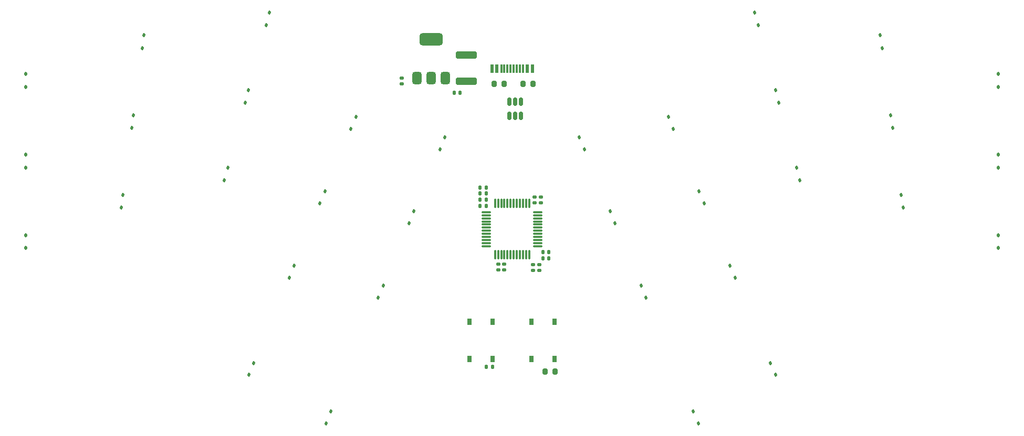
<source format=gbr>
%TF.GenerationSoftware,KiCad,Pcbnew,8.0.8-8.0.8-0~ubuntu22.04.1*%
%TF.CreationDate,2025-02-01T01:24:59+00:00*%
%TF.ProjectId,miniwing,6d696e69-7769-46e6-972e-6b696361645f,1*%
%TF.SameCoordinates,Original*%
%TF.FileFunction,Paste,Bot*%
%TF.FilePolarity,Positive*%
%FSLAX46Y46*%
G04 Gerber Fmt 4.6, Leading zero omitted, Abs format (unit mm)*
G04 Created by KiCad (PCBNEW 8.0.8-8.0.8-0~ubuntu22.04.1) date 2025-02-01 01:24:59*
%MOMM*%
%LPD*%
G01*
G04 APERTURE LIST*
G04 Aperture macros list*
%AMRoundRect*
0 Rectangle with rounded corners*
0 $1 Rounding radius*
0 $2 $3 $4 $5 $6 $7 $8 $9 X,Y pos of 4 corners*
0 Add a 4 corners polygon primitive as box body*
4,1,4,$2,$3,$4,$5,$6,$7,$8,$9,$2,$3,0*
0 Add four circle primitives for the rounded corners*
1,1,$1+$1,$2,$3*
1,1,$1+$1,$4,$5*
1,1,$1+$1,$6,$7*
1,1,$1+$1,$8,$9*
0 Add four rect primitives between the rounded corners*
20,1,$1+$1,$2,$3,$4,$5,0*
20,1,$1+$1,$4,$5,$6,$7,0*
20,1,$1+$1,$6,$7,$8,$9,0*
20,1,$1+$1,$8,$9,$2,$3,0*%
G04 Aperture macros list end*
%ADD10RoundRect,0.250000X-1.450000X0.312500X-1.450000X-0.312500X1.450000X-0.312500X1.450000X0.312500X0*%
%ADD11R,0.750000X1.000000*%
%ADD12RoundRect,0.112500X-0.087064X0.200580X-0.136011X-0.171212X0.087064X-0.200580X0.136011X0.171212X0*%
%ADD13RoundRect,0.112500X-0.032183X0.216279X-0.175690X-0.130176X0.032183X-0.216279X0.175690X0.130176X0*%
%ADD14RoundRect,0.112500X-0.136011X0.171212X-0.087064X-0.200580X0.136011X-0.171212X0.087064X0.200580X0*%
%ADD15RoundRect,0.140000X0.140000X0.170000X-0.140000X0.170000X-0.140000X-0.170000X0.140000X-0.170000X0*%
%ADD16RoundRect,0.112500X-0.175690X0.130176X-0.032183X-0.216279X0.175690X-0.130176X0.032183X0.216279X0*%
%ADD17RoundRect,0.112500X-0.060138X0.210228X-0.157195X-0.151994X0.060138X-0.210228X0.157195X0.151994X0*%
%ADD18RoundRect,0.200000X0.200000X0.275000X-0.200000X0.275000X-0.200000X-0.275000X0.200000X-0.275000X0*%
%ADD19RoundRect,0.112500X-0.157195X0.151994X-0.060138X-0.210228X0.157195X-0.151994X0.060138X0.210228X0*%
%ADD20RoundRect,0.112500X-0.112500X0.187500X-0.112500X-0.187500X0.112500X-0.187500X0.112500X0.187500X0*%
%ADD21RoundRect,0.375000X0.375000X-0.625000X0.375000X0.625000X-0.375000X0.625000X-0.375000X-0.625000X0*%
%ADD22RoundRect,0.500000X1.400000X-0.500000X1.400000X0.500000X-1.400000X0.500000X-1.400000X-0.500000X0*%
%ADD23RoundRect,0.140000X-0.170000X0.140000X-0.170000X-0.140000X0.170000X-0.140000X0.170000X0.140000X0*%
%ADD24RoundRect,0.075000X0.075000X-0.662500X0.075000X0.662500X-0.075000X0.662500X-0.075000X-0.662500X0*%
%ADD25RoundRect,0.075000X0.662500X-0.075000X0.662500X0.075000X-0.662500X0.075000X-0.662500X-0.075000X0*%
%ADD26RoundRect,0.140000X0.170000X-0.140000X0.170000X0.140000X-0.170000X0.140000X-0.170000X-0.140000X0*%
%ADD27RoundRect,0.200000X-0.200000X-0.275000X0.200000X-0.275000X0.200000X0.275000X-0.200000X0.275000X0*%
%ADD28RoundRect,0.140000X-0.140000X-0.170000X0.140000X-0.170000X0.140000X0.170000X-0.140000X0.170000X0*%
%ADD29R,0.600000X1.450000*%
%ADD30R,0.300000X1.450000*%
%ADD31RoundRect,0.150000X0.150000X-0.512500X0.150000X0.512500X-0.150000X0.512500X-0.150000X-0.512500X0*%
G04 APERTURE END LIST*
D10*
%TO.C,F1*%
X142500000Y-64162500D03*
X142500000Y-68437500D03*
%TD*%
D11*
%TO.C,RESET1*%
X146745000Y-113317500D03*
X146745000Y-107317500D03*
X142995000Y-113317500D03*
X142995000Y-107317500D03*
%TD*%
%TO.C,BOOT1*%
X152995000Y-107317500D03*
X152995000Y-113317500D03*
X156745000Y-107317500D03*
X156745000Y-113317500D03*
%TD*%
D12*
%TO.C,D12*%
X88809945Y-73883500D03*
X88535839Y-75965534D03*
%TD*%
D13*
%TO.C,D24*%
X114728625Y-98225759D03*
X113924989Y-100165907D03*
%TD*%
D14*
%TO.C,D29*%
X212625903Y-86772414D03*
X212900009Y-88854448D03*
%TD*%
D15*
%TO.C,C8*%
X155820000Y-96000000D03*
X154860000Y-96000000D03*
%TD*%
D16*
%TO.C,D26*%
X170657486Y-101465353D03*
X171461122Y-103405501D03*
%TD*%
D15*
%TO.C,C5*%
X141460000Y-70300000D03*
X140500000Y-70300000D03*
%TD*%
D17*
%TO.C,D13*%
X107378922Y-69861873D03*
X106835404Y-71890317D03*
%TD*%
D16*
%TO.C,D34*%
X191516066Y-113932094D03*
X192319702Y-115872242D03*
%TD*%
D18*
%TO.C,R2*%
X148620000Y-68862500D03*
X146970000Y-68862500D03*
%TD*%
D15*
%TO.C,C13*%
X145687500Y-86567500D03*
X144727500Y-86567500D03*
%TD*%
D16*
%TO.C,D17*%
X180035563Y-86215708D03*
X180839199Y-88155856D03*
%TD*%
D13*
%TO.C,D32*%
X120662553Y-121790320D03*
X119858917Y-123730468D03*
%TD*%
D14*
%TO.C,D9*%
X209232222Y-60994847D03*
X209506328Y-63076881D03*
%TD*%
D19*
%TO.C,D8*%
X188995463Y-57305097D03*
X189538981Y-59333541D03*
%TD*%
D20*
%TO.C,D10*%
X228279637Y-67270085D03*
X228279637Y-69370087D03*
%TD*%
D19*
%TO.C,D18*%
X192360111Y-69862132D03*
X192903629Y-71890576D03*
%TD*%
D21*
%TO.C,U1*%
X139100000Y-67950000D03*
X136800000Y-67950000D03*
D22*
X136800000Y-61650000D03*
D21*
X134500000Y-67950000D03*
%TD*%
D17*
%TO.C,D3*%
X110743570Y-57304839D03*
X110200052Y-59333283D03*
%TD*%
D23*
%TO.C,C6*%
X132100000Y-68880000D03*
X132100000Y-67920000D03*
%TD*%
D20*
%TO.C,D21*%
X71459362Y-93270085D03*
X71459362Y-95370087D03*
%TD*%
D24*
%TO.C,U3*%
X152620000Y-96480000D03*
X152120000Y-96480000D03*
X151620000Y-96480000D03*
X151119999Y-96480000D03*
X150620000Y-96480000D03*
X150120000Y-96480000D03*
X149620000Y-96480000D03*
X149120000Y-96480000D03*
X148620001Y-96480000D03*
X148120000Y-96480000D03*
X147620000Y-96480000D03*
X147120000Y-96480000D03*
D25*
X145707500Y-95067500D03*
X145707500Y-94567500D03*
X145707500Y-94067500D03*
X145707500Y-93567499D03*
X145707500Y-93067500D03*
X145707500Y-92567500D03*
X145707500Y-92067500D03*
X145707500Y-91567500D03*
X145707500Y-91067501D03*
X145707500Y-90567500D03*
X145707500Y-90067500D03*
X145707500Y-89567500D03*
D24*
X147120000Y-88155000D03*
X147620000Y-88155000D03*
X148120000Y-88155000D03*
X148620001Y-88155000D03*
X149120000Y-88155000D03*
X149620000Y-88155000D03*
X150120000Y-88155000D03*
X150620000Y-88155000D03*
X151119999Y-88155000D03*
X151620000Y-88155000D03*
X152120000Y-88155000D03*
X152620000Y-88155000D03*
D25*
X154032500Y-89567500D03*
X154032500Y-90067500D03*
X154032500Y-90567500D03*
X154032500Y-91067501D03*
X154032500Y-91567500D03*
X154032500Y-92067500D03*
X154032500Y-92567500D03*
X154032500Y-93067500D03*
X154032500Y-93567499D03*
X154032500Y-94067500D03*
X154032500Y-94567500D03*
X154032500Y-95067500D03*
%TD*%
D13*
%TO.C,D5*%
X139031357Y-77444102D03*
X138227721Y-79384250D03*
%TD*%
D23*
%TO.C,C1*%
X147620001Y-97980000D03*
X147620001Y-98940000D03*
%TD*%
D13*
%TO.C,D14*%
X119703511Y-86215325D03*
X118899875Y-88155473D03*
%TD*%
%TO.C,D15*%
X134056473Y-89454536D03*
X133252837Y-91394684D03*
%TD*%
D15*
%TO.C,C11*%
X145687500Y-88567500D03*
X144727500Y-88567500D03*
%TD*%
%TO.C,C14*%
X145687500Y-85567500D03*
X144727500Y-85567500D03*
%TD*%
D17*
%TO.C,D23*%
X104014274Y-82418908D03*
X103470756Y-84447352D03*
%TD*%
D20*
%TO.C,D11*%
X71459362Y-80270085D03*
X71459362Y-82370087D03*
%TD*%
D26*
%TO.C,C4*%
X153520000Y-88100000D03*
X153520000Y-87140000D03*
%TD*%
D16*
%TO.C,D27*%
X185010448Y-98226142D03*
X185814084Y-100166290D03*
%TD*%
D18*
%TO.C,R1*%
X156800000Y-115317500D03*
X155150000Y-115317500D03*
%TD*%
D23*
%TO.C,C10*%
X153250000Y-98030000D03*
X153250000Y-98990000D03*
%TD*%
D27*
%TO.C,R3*%
X151620000Y-68862500D03*
X153270000Y-68862500D03*
%TD*%
D15*
%TO.C,C7*%
X155820000Y-97000000D03*
X154860000Y-97000000D03*
%TD*%
%TO.C,C12*%
X145687500Y-87567500D03*
X144727500Y-87567500D03*
%TD*%
D16*
%TO.C,D16*%
X165682601Y-89454919D03*
X166486237Y-91395067D03*
%TD*%
D12*
%TO.C,D2*%
X90506785Y-60994716D03*
X90232679Y-63076750D03*
%TD*%
D23*
%TO.C,C9*%
X154250000Y-98030000D03*
X154250000Y-98990000D03*
%TD*%
D19*
%TO.C,D28*%
X195724759Y-82419167D03*
X196268277Y-84447611D03*
%TD*%
D20*
%TO.C,D20*%
X228279637Y-80270085D03*
X228279637Y-82370087D03*
%TD*%
%TO.C,D30*%
X228279636Y-93270085D03*
X228279636Y-95370087D03*
%TD*%
D13*
%TO.C,D25*%
X129081588Y-101464970D03*
X128277952Y-103405118D03*
%TD*%
D28*
%TO.C,C15*%
X145740000Y-114600000D03*
X146700000Y-114600000D03*
%TD*%
D29*
%TO.C,J1*%
X146620000Y-66362500D03*
X147420000Y-66362500D03*
D30*
X148620000Y-66362500D03*
X149620000Y-66362500D03*
X150120000Y-66362500D03*
X151120000Y-66362500D03*
D29*
X152320000Y-66362500D03*
X153120000Y-66362500D03*
X153120000Y-66362500D03*
X152320000Y-66362500D03*
D30*
X151620000Y-66362500D03*
X150620000Y-66362500D03*
X149120000Y-66362500D03*
X148120000Y-66362500D03*
D29*
X147420000Y-66362500D03*
X146620000Y-66362500D03*
%TD*%
D31*
%TO.C,U2*%
X151320000Y-74022500D03*
X150370000Y-74022500D03*
X149420000Y-74022500D03*
X149420000Y-71747500D03*
X150370000Y-71747500D03*
X151320000Y-71747500D03*
%TD*%
D12*
%TO.C,D22*%
X87113104Y-86772283D03*
X86838998Y-88854317D03*
%TD*%
D13*
%TO.C,D4*%
X124678396Y-74204891D03*
X123874760Y-76145039D03*
%TD*%
D16*
%TO.C,D33*%
X179076521Y-121790703D03*
X179880157Y-123730851D03*
%TD*%
D26*
%TO.C,C3*%
X154520000Y-88100000D03*
X154520000Y-87140000D03*
%TD*%
D16*
%TO.C,D6*%
X160707717Y-77444485D03*
X161511353Y-79384633D03*
%TD*%
D20*
%TO.C,D1*%
X71459360Y-67270087D03*
X71459360Y-69370089D03*
%TD*%
D16*
%TO.C,D7*%
X175060678Y-74205274D03*
X175864314Y-76145422D03*
%TD*%
D13*
%TO.C,D31*%
X108223008Y-113931711D03*
X107419372Y-115871859D03*
%TD*%
D14*
%TO.C,D19*%
X210929062Y-73883631D03*
X211203168Y-75965665D03*
%TD*%
D23*
%TO.C,C2*%
X148620001Y-97980000D03*
X148620001Y-98940000D03*
%TD*%
M02*

</source>
